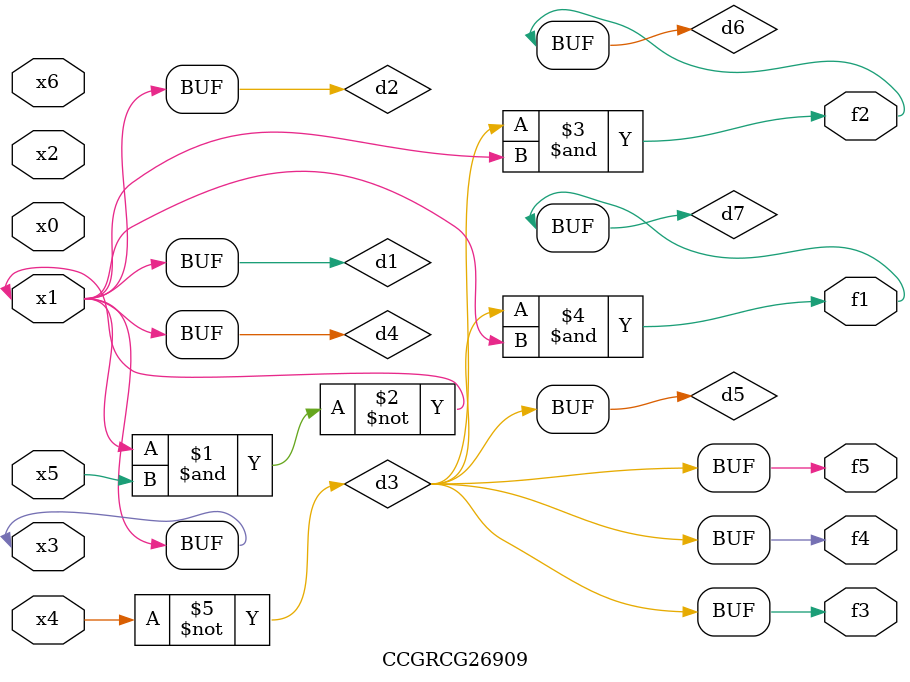
<source format=v>
module CCGRCG26909(
	input x0, x1, x2, x3, x4, x5, x6,
	output f1, f2, f3, f4, f5
);

	wire d1, d2, d3, d4, d5, d6, d7;

	buf (d1, x1, x3);
	nand (d2, x1, x5);
	not (d3, x4);
	buf (d4, d1, d2);
	buf (d5, d3);
	and (d6, d3, d4);
	and (d7, d3, d4);
	assign f1 = d7;
	assign f2 = d6;
	assign f3 = d5;
	assign f4 = d5;
	assign f5 = d5;
endmodule

</source>
